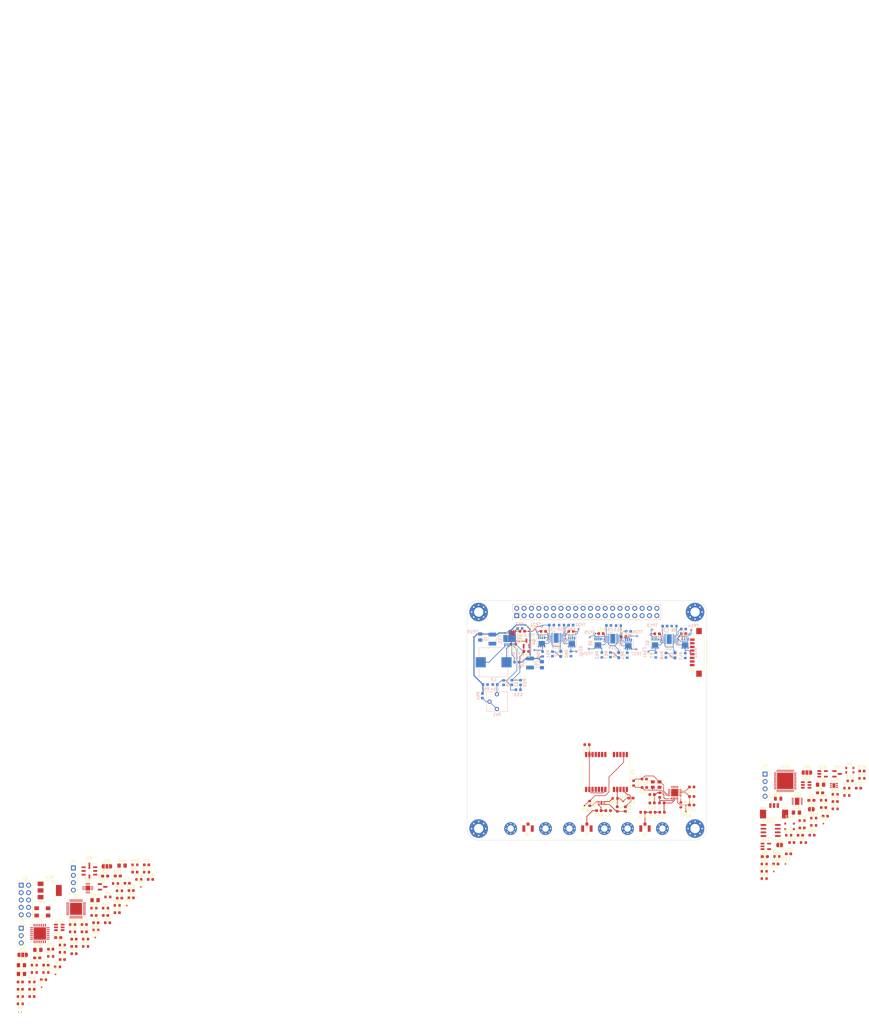
<source format=kicad_pcb>
(kicad_pcb (version 20211014) (generator pcbnew)

  (general
    (thickness 1.6)
  )

  (paper "A4")
  (layers
    (0 "F.Cu" signal)
    (31 "B.Cu" signal)
    (32 "B.Adhes" user "B.Adhesive")
    (33 "F.Adhes" user "F.Adhesive")
    (34 "B.Paste" user)
    (35 "F.Paste" user)
    (36 "B.SilkS" user "B.Silkscreen")
    (37 "F.SilkS" user "F.Silkscreen")
    (38 "B.Mask" user)
    (39 "F.Mask" user)
    (40 "Dwgs.User" user "User.Drawings")
    (41 "Cmts.User" user "User.Comments")
    (42 "Eco1.User" user "User.Eco1")
    (43 "Eco2.User" user "User.Eco2")
    (44 "Edge.Cuts" user)
    (45 "Margin" user)
    (46 "B.CrtYd" user "B.Courtyard")
    (47 "F.CrtYd" user "F.Courtyard")
    (48 "B.Fab" user)
    (49 "F.Fab" user)
    (50 "User.1" user)
    (51 "User.2" user)
    (52 "User.3" user)
    (53 "User.4" user)
    (54 "User.5" user)
    (55 "User.6" user)
    (56 "User.7" user)
    (57 "User.8" user)
    (58 "User.9" user)
  )

  (setup
    (stackup
      (layer "F.SilkS" (type "Top Silk Screen"))
      (layer "F.Paste" (type "Top Solder Paste"))
      (layer "F.Mask" (type "Top Solder Mask") (thickness 0.01))
      (layer "F.Cu" (type "copper") (thickness 0.035))
      (layer "dielectric 1" (type "core") (thickness 1.51) (material "FR4") (epsilon_r 4.5) (loss_tangent 0.02))
      (layer "B.Cu" (type "copper") (thickness 0.035))
      (layer "B.Mask" (type "Bottom Solder Mask") (thickness 0.01))
      (layer "B.Paste" (type "Bottom Solder Paste"))
      (layer "B.SilkS" (type "Bottom Silk Screen"))
      (copper_finish "None")
      (dielectric_constraints no)
    )
    (pad_to_mask_clearance 0)
    (pcbplotparams
      (layerselection 0x00010fc_ffffffff)
      (disableapertmacros false)
      (usegerberextensions false)
      (usegerberattributes true)
      (usegerberadvancedattributes true)
      (creategerberjobfile true)
      (svguseinch false)
      (svgprecision 6)
      (excludeedgelayer true)
      (plotframeref false)
      (viasonmask false)
      (mode 1)
      (useauxorigin false)
      (hpglpennumber 1)
      (hpglpenspeed 20)
      (hpglpendiameter 15.000000)
      (dxfpolygonmode true)
      (dxfimperialunits true)
      (dxfusepcbnewfont true)
      (psnegative false)
      (psa4output false)
      (plotreference true)
      (plotvalue true)
      (plotinvisibletext false)
      (sketchpadsonfab false)
      (subtractmaskfromsilk false)
      (outputformat 1)
      (mirror false)
      (drillshape 1)
      (scaleselection 1)
      (outputdirectory "")
    )
  )

  (net 0 "")
  (net 1 "Net-(C1-Pad1)")
  (net 2 "GND")
  (net 3 "+3V3")
  (net 4 "/OpenLST (Beacon)/PA_VAPC")
  (net 5 "+3V8")
  (net 6 "/OpenLST (Beacon)/VDD_USB_LST")
  (net 7 "Net-(C12-Pad1)")
  (net 8 "Net-(C13-Pad2)")
  (net 9 "Net-(C15-Pad1)")
  (net 10 "Net-(C16-Pad1)")
  (net 11 "Net-(C17-Pad1)")
  (net 12 "Net-(C17-Pad2)")
  (net 13 "/MCU/MCU_POWER")
  (net 14 "Net-(C19-Pad1)")
  (net 15 "/3V3 power share/VCC_EN")
  (net 16 "Net-(C21-Pad2)")
  (net 17 "Net-(C22-Pad1)")
  (net 18 "Net-(C23-Pad2)")
  (net 19 "Net-(C24-Pad1)")
  (net 20 "Net-(C24-Pad2)")
  (net 21 "Net-(C25-Pad2)")
  (net 22 "Net-(C26-Pad1)")
  (net 23 "Net-(C29-Pad1)")
  (net 24 "/3V3 power share/EPS#1")
  (net 25 "Net-(C35-Pad2)")
  (net 26 "Net-(C38-Pad1)")
  (net 27 "Net-(C38-Pad2)")
  (net 28 "Net-(C39-Pad1)")
  (net 29 "Net-(C39-Pad2)")
  (net 30 "/MCU/VREF")
  (net 31 "Net-(C42-Pad1)")
  (net 32 "Net-(C43-Pad1)")
  (net 33 "Net-(C43-Pad2)")
  (net 34 "Net-(C45-Pad1)")
  (net 35 "Net-(C45-Pad2)")
  (net 36 "Net-(C48-Pad1)")
  (net 37 "Net-(C48-Pad2)")
  (net 38 "Net-(C49-Pad1)")
  (net 39 "/3V3 power share/EPS#2")
  (net 40 "Net-(C50-Pad1)")
  (net 41 "VIN")
  (net 42 "Net-(C52-Pad1)")
  (net 43 "Net-(C52-Pad2)")
  (net 44 "Net-(C53-Pad1)")
  (net 45 "Net-(C54-Pad1)")
  (net 46 "/Power Convertor/VBAT1/VCC_EN")
  (net 47 "/Power Convertor/EPS#1_VBAT")
  (net 48 "Net-(C57-Pad2)")
  (net 49 "Net-(C60-Pad1)")
  (net 50 "/Power Convertor/EPS#2_VBAT")
  (net 51 "Net-(C61-Pad1)")
  (net 52 "/5V power share/VCC_EN")
  (net 53 "/5V power share/EPS#1")
  (net 54 "Net-(C63-Pad2)")
  (net 55 "Net-(C64-Pad1)")
  (net 56 "/5V power share/EPS#2")
  (net 57 "Net-(C65-Pad1)")
  (net 58 "/OpenLST (Beacon)/USB_POWER_LST")
  (net 59 "Net-(D1-Pad2)")
  (net 60 "Net-(D2-Pad2)")
  (net 61 "Net-(D3-Pad1)")
  (net 62 "Net-(D4-Pad1)")
  (net 63 "/MCU/CAN_L")
  (net 64 "/MCU/CAN_H")
  (net 65 "Net-(D6-Pad1)")
  (net 66 "Net-(D6-Pad2)")
  (net 67 "Net-(D7-Pad1)")
  (net 68 "Net-(D7-Pad2)")
  (net 69 "Net-(D8-Pad1)")
  (net 70 "Net-(D8-Pad2)")
  (net 71 "Net-(D9-Pad1)")
  (net 72 "Net-(F1-Pad2)")
  (net 73 "Net-(FB1-Pad1)")
  (net 74 "/OpenLST (Beacon)/PROG_DD")
  (net 75 "/OpenLST (Beacon)/PROG_DC")
  (net 76 "unconnected-(J2-Pad5)")
  (net 77 "unconnected-(J2-Pad6)")
  (net 78 "unconnected-(J2-Pad7)")
  (net 79 "/OpenLST (Beacon)/~{LST_RESET}")
  (net 80 "unconnected-(J2-Pad9)")
  (net 81 "unconnected-(J2-Pad10)")
  (net 82 "Net-(J4-Pad2)")
  (net 83 "Net-(J4-Pad3)")
  (net 84 "Net-(J5-Pad2)")
  (net 85 "Net-(J5-Pad3)")
  (net 86 "/MCU/USB_POWER")
  (net 87 "Net-(J7-Pad2)")
  (net 88 "Net-(J7-Pad3)")
  (net 89 "/MCU/SWCLK")
  (net 90 "/MCU/SWDIO")
  (net 91 "/MCU/QSPI_D1{slash}CAM_CSN")
  (net 92 "/MCU/QSPI_D2{slash}CAM_MOSI")
  (net 93 "/MCU/QSPI_D3{slash}CAM_MISO")
  (net 94 "/MCU/LED1_QSPI")
  (net 95 "+5V")
  (net 96 "/I2C_SDA")
  (net 97 "/I2C_SCL")
  (net 98 "unconnected-(J12-Pad6)")
  (net 99 "unconnected-(J12-Pad8)")
  (net 100 "unconnected-(J12-Pad11)")
  (net 101 "unconnected-(J12-Pad12)")
  (net 102 "unconnected-(J12-Pad13)")
  (net 103 "unconnected-(J12-Pad14)")
  (net 104 "unconnected-(J12-Pad15)")
  (net 105 "unconnected-(J12-Pad16)")
  (net 106 "unconnected-(J12-Pad17)")
  (net 107 "unconnected-(J12-Pad18)")
  (net 108 "/MCU/RS_485_~{B}")
  (net 109 "/MCU/RS_485_A")
  (net 110 "unconnected-(J12-Pad23)")
  (net 111 "unconnected-(J12-Pad24)")
  (net 112 "/MCU/LED1_CAM")
  (net 113 "/MCU/QSPI_SCK")
  (net 114 "/MCU/QSPI_NCS")
  (net 115 "unconnected-(J12-Pad34)")
  (net 116 "unconnected-(J12-Pad36)")
  (net 117 "Net-(JP1-Pad1)")
  (net 118 "/MCU/NRST")
  (net 119 "Net-(JP2-Pad1)")
  (net 120 "Net-(JP2-Pad2)")
  (net 121 "/OpenLST (Beacon)/RF_EN")
  (net 122 "/OpenLST (Beacon)/RF_EN_MCU")
  (net 123 "/OpenLST (Beacon)/RF_PWR_EN")
  (net 124 "Net-(JP4-Pad3)")
  (net 125 "/MCU/VDD_USB")
  (net 126 "Net-(L3-Pad1)")
  (net 127 "Net-(L3-Pad2)")
  (net 128 "Net-(L4-Pad1)")
  (net 129 "Net-(L4-Pad2)")
  (net 130 "Net-(Q1-Pad5)")
  (net 131 "Net-(Q1-Pad4)")
  (net 132 "Net-(Q2-Pad4)")
  (net 133 "Net-(Q2-Pad5)")
  (net 134 "Net-(Q3-Pad4)")
  (net 135 "Net-(Q3-Pad5)")
  (net 136 "Net-(Q4-Pad5)")
  (net 137 "Net-(Q4-Pad4)")
  (net 138 "Net-(Q5-Pad4)")
  (net 139 "Net-(Q5-Pad5)")
  (net 140 "Net-(Q6-Pad5)")
  (net 141 "Net-(Q6-Pad4)")
  (net 142 "Net-(Q7-Pad4)")
  (net 143 "Net-(Q7-Pad5)")
  (net 144 "/OpenLST (Beacon)/~{LST_RX_MODE}")
  (net 145 "/OpenLST (Beacon)/LST_TX_MODE")
  (net 146 "Net-(R3-Pad2)")
  (net 147 "Net-(R4-Pad2)")
  (net 148 "Net-(R5-Pad1)")
  (net 149 "/OpenLST (Beacon)/USB_N")
  (net 150 "/OpenLST (Beacon)/USB_P")
  (net 151 "Net-(R6-Pad2)")
  (net 152 "Net-(R8-Pad2)")
  (net 153 "Net-(R9-Pad1)")
  (net 154 "/OpenLST (Beacon)/UART0_CTS")
  (net 155 "Net-(R10-Pad1)")
  (net 156 "/OpenLST (Beacon)/UART0_RTS")
  (net 157 "Net-(R11-Pad1)")
  (net 158 "/OpenLST (Beacon)/UART0_RX")
  (net 159 "Net-(R12-Pad1)")
  (net 160 "/OpenLST (Beacon)/UART0_TX")
  (net 161 "Net-(R15-Pad2)")
  (net 162 "Net-(R16-Pad2)")
  (net 163 "Net-(R17-Pad1)")
  (net 164 "Net-(R17-Pad2)")
  (net 165 "Net-(R19-Pad2)")
  (net 166 "/OpenLST (Beacon)/AN0")
  (net 167 "/OpenLST (Beacon)/AN1")
  (net 168 "Net-(R25-Pad2)")
  (net 169 "/OpenLST (Beacon)/RF_BYP")
  (net 170 "Net-(R32-Pad1)")
  (net 171 "/MCU/LED2")
  (net 172 "/MCU/CAN_RS")
  (net 173 "/MCU/RS_485_R_EN")
  (net 174 "/MCU/RS_485_T_EN")
  (net 175 "Net-(R43-Pad2)")
  (net 176 "Net-(R44-Pad1)")
  (net 177 "Net-(R44-Pad2)")
  (net 178 "Net-(R45-Pad1)")
  (net 179 "/MCU/USB_N")
  (net 180 "/MCU/USB_P")
  (net 181 "Net-(R46-Pad2)")
  (net 182 "Net-(R51-Pad2)")
  (net 183 "Net-(R52-Pad1)")
  (net 184 "Net-(R54-Pad2)")
  (net 185 "Net-(R59-Pad2)")
  (net 186 "Net-(R63-Pad2)")
  (net 187 "unconnected-(U1-Pad1)")
  (net 188 "unconnected-(U1-Pad3)")
  (net 189 "/GPS Module/IRQ")
  (net 190 "unconnected-(U1-Pad5)")
  (net 191 "unconnected-(U1-Pad6)")
  (net 192 "/GPS Module/RESET")
  (net 193 "unconnected-(U1-Pad15)")
  (net 194 "unconnected-(U1-Pad16)")
  (net 195 "unconnected-(U1-Pad17)")
  (net 196 "/GPS Module/TXD")
  (net 197 "/GPS Module/RXD")
  (net 198 "unconnected-(U2-Pad8)")
  (net 199 "unconnected-(U2-Pad18)")
  (net 200 "unconnected-(U2-Pad20)")
  (net 201 "/MCU/NRF_CE")
  (net 202 "/MCU/NRF_SPI_CSN")
  (net 203 "/MCU/NRF_SPI_SCK")
  (net 204 "/MCU/NRF_SPI_MOSI")
  (net 205 "/MCU/NRF_SPI_MISO")
  (net 206 "/MCU/NRF_IRQ")
  (net 207 "Net-(U8-Pad2)")
  (net 208 "Net-(U8-Pad6)")
  (net 209 "unconnected-(U9-Pad14)")
  (net 210 "unconnected-(U9-Pad16)")
  (net 211 "unconnected-(U9-Pad25)")
  (net 212 "unconnected-(U10-Pad3)")
  (net 213 "/MCU/WDG_RESET")
  (net 214 "unconnected-(U11-Pad3)")
  (net 215 "unconnected-(U12-Pad1)")
  (net 216 "/MCU/LSE")
  (net 217 "unconnected-(U12-Pad4)")
  (net 218 "/MCU/HSE")
  (net 219 "unconnected-(U12-Pad6)")
  (net 220 "/MCU/CAN_RX")
  (net 221 "/MCU/CAN_TX")
  (net 222 "unconnected-(U12-Pad44)")
  (net 223 "unconnected-(U13-Pad3)")
  (net 224 "/MCU/RS_485_R")
  (net 225 "/MCU/RS_485_T")
  (net 226 "unconnected-(U15-Pad7)")
  (net 227 "unconnected-(X1-Pad1)")

  (footprint "Capacitor_SMD:C_0805_2012Metric_Pad1.18x1.45mm_HandSolder" (layer "F.Cu") (at 206.7304 107.3976))

  (footprint "TCY_Buttons:KMT031NGJLHS" (layer "F.Cu") (at 196.0354 121.7426))

  (footprint "Resistor_SMD:R_0603_1608Metric" (layer "F.Cu") (at -42.796 157.4124))

  (footprint "Resistor_SMD:R_0603_1608Metric" (layer "F.Cu") (at 211.7404 110.6976))

  (footprint "Package_DFN_QFN:QFN-20-1EP_4x4mm_P0.5mm_EP2.5x2.5mm" (layer "F.Cu") (at 156.5148 110.1344 -90))

  (footprint "MountingHole:MountingHole_3.2mm_M3_Pad_Via" (layer "F.Cu") (at 163.5 122.5))

  (footprint "Resistor_SMD:R_0603_1608Metric" (layer "F.Cu") (at -54.346 162.5624))

  (footprint "Capacitor_SMD:C_0603_1608Metric" (layer "F.Cu") (at -64.806 180.3024))

  (footprint "Capacitor_SMD:C_0603_1608Metric" (layer "F.Cu") (at 138.832623 56.425689))

  (footprint "LED_SMD:LED_0603_1608Metric_Pad1.05x0.95mm_HandSolder" (layer "F.Cu") (at -39.601 138.8524))

  (footprint "Capacitor_SMD:C_0805_2012Metric_Pad1.18x1.45mm_HandSolder" (layer "F.Cu") (at -43.076 147.1224))

  (footprint "Resistor_SMD:R_0603_1608Metric" (layer "F.Cu") (at -25.346 137.4924))

  (footprint "Resistor_SMD:R_0603_1608Metric" (layer "F.Cu") (at 207.7304 112.7476))

  (footprint "Inductor_SMD:L_0603_1608Metric" (layer "F.Cu") (at -60.796 174.5224))

  (footprint "Package_TO_SOT_SMD:SOT-23" (layer "F.Cu") (at -40.486 142.5524))

  (footprint "Resistor_SMD:R_0603_1608Metric" (layer "F.Cu") (at 127.2104 113.8306 -90))

  (footprint "MountingHole:MountingHole_3.2mm_M3_Pad_Via" (layer "F.Cu") (at 89 48))

  (footprint "Resistor_SMD:R_0603_1608Metric" (layer "F.Cu") (at -28.016 140.0024))

  (footprint "Package_TO_SOT_SMD:SOT-23-6" (layer "F.Cu") (at 201.7504 107.4976))

  (footprint "Capacitor_SMD:C_0603_1608Metric" (layer "F.Cu") (at -54.346 167.5824))

  (footprint "Inductor_SMD:L_0603_1608Metric" (layer "F.Cu") (at 100.9148 59.0678 180))

  (footprint "Capacitor_SMD:C_0603_1608Metric" (layer "F.Cu") (at 126.296 93.6244 180))

  (footprint "Package_TO_SOT_SMD:SOT-223-3_TabPin2" (layer "F.Cu") (at -58.696 143.8024))

  (footprint "Capacitor_SMD:C_0603_1608Metric" (layer "F.Cu") (at 211.7404 113.2076))

  (footprint "Capacitor_SMD:C_0603_1608Metric" (layer "F.Cu") (at -46.806 155.5224))

  (footprint "Inductor_SMD:L_0603_1608Metric" (layer "F.Cu") (at 133.5859 116.332))

  (footprint "TCY_Connector:TestPoint_Pad_D0.5mm" (layer "F.Cu") (at -32.135431 148.992969))

  (footprint "RF_GPS:ublox_NEO" (layer "F.Cu") (at 133.0016 103.0224 90))

  (footprint "Capacitor_SMD:C_0603_1608Metric" (layer "F.Cu") (at -68.816 177.7924))

  (footprint "Resistor_SMD:R_0603_1608Metric" (layer "F.Cu") (at -64.806 175.2824))

  (footprint "Resistor_SMD:R_0603_1608Metric" (layer "F.Cu") (at 158.5976 114.3508 90))

  (footprint "Jumper:SolderJumper-2_P1.3mm_Open_RoundedPad1.0x1.5mm" (layer "F.Cu") (at 192.6104 128.1676))

  (footprint "Capacitor_SMD:C_0603_1608Metric" (layer "F.Cu") (at 141.4344 112.014))

  (footprint "Jumper:SolderJumper-2_P1.3mm_Open_RoundedPad1.0x1.5mm" (layer "F.Cu") (at 203.5104 115.8576))

  (footprint "Capacitor_SMD:C_0603_1608Metric" (layer "F.Cu") (at 208.3604 118.2276))

  (footprint "TCY_Connector:TestPoint_Pad_D0.5mm" (layer "F.Cu") (at -27.325431 142.572969))

  (footprint "Capacitor_SMD:C_0603_1608Metric" (layer "F.Cu") (at 139.504 115.7996 -90))

  (footprint "Jumper:SolderJumper-3_P1.3mm_Open_RoundedPad1.0x1.5mm" (layer "F.Cu") (at 202.0004 103.2176))

  (footprint "Capacitor_SMD:C_0603_1608Metric" (layer "F.Cu") (at 148.7046 113.6904))

  (footprint "MountingHole:MountingHole_3.2mm_M3_Pad_Via" (layer "F.Cu") (at 163.5 48))

  (footprint "Resistor_SMD:R_0603_1608Metric" (layer "F.Cu") (at -35.456 148.9324))

  (footprint "Resistor_SMD:R_0603_1608Metric" (layer "F.Cu") (at -46.326 163.0524))

  (footprint "Package_DFN_QFN:QFN-12-1EP_3x3mm_P0.5mm_EP1.65x1.65mm" (layer "F.Cu") (at -45.576 142.9724))

  (footprint "Resistor_SMD:R_0603_1608Metric" (layer "F.Cu") (at 215.7504 111.0976))

  (footprint "Resistor_SMD:R_0603_1608Metric" (layer "F.Cu") (at 200.3404 119.7476))

  (footprint "Capacitor_SMD:C_0603_1608Metric" (layer "F.Cu") (at -34.656 146.4224))

  (footprint "Jumper:SolderJumper-3_P1.3mm_Open_RoundedPad1.0x1.5mm" (layer "F.Cu") (at -38.996 135.5024))

  (footprint "TCY_Connector:TestPoint_Pad_D0.5mm" (layer "F.Cu") (at 138.6912 113.1824))

  (footprint "Resistor_SMD:R_0603_1608Metric" (layer "F.Cu") (at -54.346 165.0724))

  (footprint "Resistor_SMD:R_0603_1608Metric" (layer "F.Cu") (at -29.356 134.9824))

  (footprint "Connector_PinHeader_2.54mm:PinHeader_1x04_P2.54mm_Vertical" (layer "F.Cu") (at -50.546 136.0524))

  (footprint "Capacitor_SMD:C_0805_2012Metric_Pad1.18x1.45mm_HandSolder" (layer "F.Cu") (at -68.416 169.5124))

  (footprint "Capacitor_SMD:C_0603_1608Metric" (layer "F.Cu") (at 200.3404 122.2576))

  (footprint "Resistor_SMD:R_0603_1608Metric" (layer "F.Cu") (at 215.7504 108.5876))

  (footprint "Resistor_SMD:R_0603_1608Metric" (layer "F.Cu") (at -68.816 180.3024))

  (footprint "Resistor_SMD:R_0603_1608Metric" (layer "F.Cu")
    (tedit 5F68FEEE) (tstamp 50b053ff-82d5-4478-aa02-889e2343ef3d)
    (at -38.666 146.0324)
    (descr "Resistor SMD 0603 (1608 Metric), square (rectangular) end terminal, IPC_7351 nominal, (Body size source: IPC-SM-782 page 72, https://www.pcb-3d.com/wordpress/wp-content/uploads/ipc-sm-782a_amendment_1_and_2.pdf), generated with kicad-footprint-generator")
    (tags "resistor")
    (property "Manuf" "Yageo")
    (property "ManufPN" "RC0603JR-071KL")
    (property "Sheetfile" "OpenLST.kicad_sch")
    (property "Sheetname" "OpenLST (Beacon)")
    (property "Supplier" "Digikey")
    (property "SupplierPN" "311-1.0KGRCT-ND")
    (path "/829b2795-9702-4633-a078-e2998d6d9402/00000000-0000-0000-0000-00005b27f7f5")
    (attr smd)
    (fp_text reference "R1" (at 0 -1.43) (layer "F.SilkS")
      (effects (font (size 1 1) (thickness 0.15)))
      (tstamp 26fbf0e3-4d63-4197-afdb-e1fa430e0e17)
    )
    (fp_text value "1K" (at 0 1.43) (layer "F.Fab")
      (effects (font (size 1 1) (thickness 0.15)))
      (tstamp b38c1a56-7a7d-4f88-845b-f0f47d2bb610)
    )
    (fp_text user "${REFERENCE}" (at 0 0) (layer "F.Fab")
      (effects (font (size 0.4 0.4) (thickness 0.06)))
      (tstamp 75d2ef36-be07-4763-814d-858a62af98a6)
    )
    (fp_line (start -0.237258 -0.5225) (end 0.237258 -0.5225) (layer "F.SilkS") 
... [709337 chars truncated]
</source>
